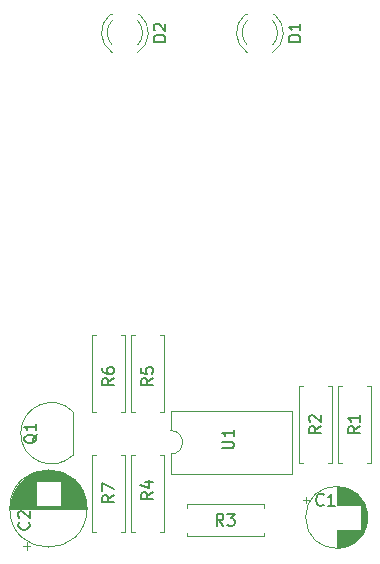
<source format=gbr>
%TF.GenerationSoftware,KiCad,Pcbnew,7.0.2*%
%TF.CreationDate,2023-06-14T17:14:45-03:00*%
%TF.ProjectId,digiKey,64696769-4b65-4792-9e6b-696361645f70,V1*%
%TF.SameCoordinates,Original*%
%TF.FileFunction,Legend,Top*%
%TF.FilePolarity,Positive*%
%FSLAX46Y46*%
G04 Gerber Fmt 4.6, Leading zero omitted, Abs format (unit mm)*
G04 Created by KiCad (PCBNEW 7.0.2) date 2023-06-14 17:14:45*
%MOMM*%
%LPD*%
G01*
G04 APERTURE LIST*
%ADD10C,0.150000*%
%ADD11C,0.120000*%
G04 APERTURE END LIST*
D10*
%TO.C,Q1*%
X131621857Y-145129238D02*
X131574238Y-145224476D01*
X131574238Y-145224476D02*
X131479000Y-145319714D01*
X131479000Y-145319714D02*
X131336142Y-145462571D01*
X131336142Y-145462571D02*
X131288523Y-145557809D01*
X131288523Y-145557809D02*
X131288523Y-145653047D01*
X131526619Y-145605428D02*
X131479000Y-145700666D01*
X131479000Y-145700666D02*
X131383761Y-145795904D01*
X131383761Y-145795904D02*
X131193285Y-145843523D01*
X131193285Y-145843523D02*
X130859952Y-145843523D01*
X130859952Y-145843523D02*
X130669476Y-145795904D01*
X130669476Y-145795904D02*
X130574238Y-145700666D01*
X130574238Y-145700666D02*
X130526619Y-145605428D01*
X130526619Y-145605428D02*
X130526619Y-145414952D01*
X130526619Y-145414952D02*
X130574238Y-145319714D01*
X130574238Y-145319714D02*
X130669476Y-145224476D01*
X130669476Y-145224476D02*
X130859952Y-145176857D01*
X130859952Y-145176857D02*
X131193285Y-145176857D01*
X131193285Y-145176857D02*
X131383761Y-145224476D01*
X131383761Y-145224476D02*
X131479000Y-145319714D01*
X131479000Y-145319714D02*
X131526619Y-145414952D01*
X131526619Y-145414952D02*
X131526619Y-145605428D01*
X131526619Y-144224476D02*
X131526619Y-144795904D01*
X131526619Y-144510190D02*
X130526619Y-144510190D01*
X130526619Y-144510190D02*
X130669476Y-144605428D01*
X130669476Y-144605428D02*
X130764714Y-144700666D01*
X130764714Y-144700666D02*
X130812333Y-144795904D01*
%TO.C,R3*%
X147407333Y-152862619D02*
X147074000Y-152386428D01*
X146835905Y-152862619D02*
X146835905Y-151862619D01*
X146835905Y-151862619D02*
X147216857Y-151862619D01*
X147216857Y-151862619D02*
X147312095Y-151910238D01*
X147312095Y-151910238D02*
X147359714Y-151957857D01*
X147359714Y-151957857D02*
X147407333Y-152053095D01*
X147407333Y-152053095D02*
X147407333Y-152195952D01*
X147407333Y-152195952D02*
X147359714Y-152291190D01*
X147359714Y-152291190D02*
X147312095Y-152338809D01*
X147312095Y-152338809D02*
X147216857Y-152386428D01*
X147216857Y-152386428D02*
X146835905Y-152386428D01*
X147740667Y-151862619D02*
X148359714Y-151862619D01*
X148359714Y-151862619D02*
X148026381Y-152243571D01*
X148026381Y-152243571D02*
X148169238Y-152243571D01*
X148169238Y-152243571D02*
X148264476Y-152291190D01*
X148264476Y-152291190D02*
X148312095Y-152338809D01*
X148312095Y-152338809D02*
X148359714Y-152434047D01*
X148359714Y-152434047D02*
X148359714Y-152672142D01*
X148359714Y-152672142D02*
X148312095Y-152767380D01*
X148312095Y-152767380D02*
X148264476Y-152815000D01*
X148264476Y-152815000D02*
X148169238Y-152862619D01*
X148169238Y-152862619D02*
X147883524Y-152862619D01*
X147883524Y-152862619D02*
X147788286Y-152815000D01*
X147788286Y-152815000D02*
X147740667Y-152767380D01*
%TO.C,C2*%
X130923380Y-152566666D02*
X130971000Y-152614285D01*
X130971000Y-152614285D02*
X131018619Y-152757142D01*
X131018619Y-152757142D02*
X131018619Y-152852380D01*
X131018619Y-152852380D02*
X130971000Y-152995237D01*
X130971000Y-152995237D02*
X130875761Y-153090475D01*
X130875761Y-153090475D02*
X130780523Y-153138094D01*
X130780523Y-153138094D02*
X130590047Y-153185713D01*
X130590047Y-153185713D02*
X130447190Y-153185713D01*
X130447190Y-153185713D02*
X130256714Y-153138094D01*
X130256714Y-153138094D02*
X130161476Y-153090475D01*
X130161476Y-153090475D02*
X130066238Y-152995237D01*
X130066238Y-152995237D02*
X130018619Y-152852380D01*
X130018619Y-152852380D02*
X130018619Y-152757142D01*
X130018619Y-152757142D02*
X130066238Y-152614285D01*
X130066238Y-152614285D02*
X130113857Y-152566666D01*
X130113857Y-152185713D02*
X130066238Y-152138094D01*
X130066238Y-152138094D02*
X130018619Y-152042856D01*
X130018619Y-152042856D02*
X130018619Y-151804761D01*
X130018619Y-151804761D02*
X130066238Y-151709523D01*
X130066238Y-151709523D02*
X130113857Y-151661904D01*
X130113857Y-151661904D02*
X130209095Y-151614285D01*
X130209095Y-151614285D02*
X130304333Y-151614285D01*
X130304333Y-151614285D02*
X130447190Y-151661904D01*
X130447190Y-151661904D02*
X131018619Y-152233332D01*
X131018619Y-152233332D02*
X131018619Y-151614285D01*
%TO.C,R5*%
X141432619Y-140374666D02*
X140956428Y-140707999D01*
X141432619Y-140946094D02*
X140432619Y-140946094D01*
X140432619Y-140946094D02*
X140432619Y-140565142D01*
X140432619Y-140565142D02*
X140480238Y-140469904D01*
X140480238Y-140469904D02*
X140527857Y-140422285D01*
X140527857Y-140422285D02*
X140623095Y-140374666D01*
X140623095Y-140374666D02*
X140765952Y-140374666D01*
X140765952Y-140374666D02*
X140861190Y-140422285D01*
X140861190Y-140422285D02*
X140908809Y-140469904D01*
X140908809Y-140469904D02*
X140956428Y-140565142D01*
X140956428Y-140565142D02*
X140956428Y-140946094D01*
X140432619Y-139469904D02*
X140432619Y-139946094D01*
X140432619Y-139946094D02*
X140908809Y-139993713D01*
X140908809Y-139993713D02*
X140861190Y-139946094D01*
X140861190Y-139946094D02*
X140813571Y-139850856D01*
X140813571Y-139850856D02*
X140813571Y-139612761D01*
X140813571Y-139612761D02*
X140861190Y-139517523D01*
X140861190Y-139517523D02*
X140908809Y-139469904D01*
X140908809Y-139469904D02*
X141004047Y-139422285D01*
X141004047Y-139422285D02*
X141242142Y-139422285D01*
X141242142Y-139422285D02*
X141337380Y-139469904D01*
X141337380Y-139469904D02*
X141385000Y-139517523D01*
X141385000Y-139517523D02*
X141432619Y-139612761D01*
X141432619Y-139612761D02*
X141432619Y-139850856D01*
X141432619Y-139850856D02*
X141385000Y-139946094D01*
X141385000Y-139946094D02*
X141337380Y-139993713D01*
%TO.C,R1*%
X158958619Y-144438666D02*
X158482428Y-144771999D01*
X158958619Y-145010094D02*
X157958619Y-145010094D01*
X157958619Y-145010094D02*
X157958619Y-144629142D01*
X157958619Y-144629142D02*
X158006238Y-144533904D01*
X158006238Y-144533904D02*
X158053857Y-144486285D01*
X158053857Y-144486285D02*
X158149095Y-144438666D01*
X158149095Y-144438666D02*
X158291952Y-144438666D01*
X158291952Y-144438666D02*
X158387190Y-144486285D01*
X158387190Y-144486285D02*
X158434809Y-144533904D01*
X158434809Y-144533904D02*
X158482428Y-144629142D01*
X158482428Y-144629142D02*
X158482428Y-145010094D01*
X158958619Y-143486285D02*
X158958619Y-144057713D01*
X158958619Y-143771999D02*
X157958619Y-143771999D01*
X157958619Y-143771999D02*
X158101476Y-143867237D01*
X158101476Y-143867237D02*
X158196714Y-143962475D01*
X158196714Y-143962475D02*
X158244333Y-144057713D01*
%TO.C,C1*%
X155883333Y-151067380D02*
X155835714Y-151115000D01*
X155835714Y-151115000D02*
X155692857Y-151162619D01*
X155692857Y-151162619D02*
X155597619Y-151162619D01*
X155597619Y-151162619D02*
X155454762Y-151115000D01*
X155454762Y-151115000D02*
X155359524Y-151019761D01*
X155359524Y-151019761D02*
X155311905Y-150924523D01*
X155311905Y-150924523D02*
X155264286Y-150734047D01*
X155264286Y-150734047D02*
X155264286Y-150591190D01*
X155264286Y-150591190D02*
X155311905Y-150400714D01*
X155311905Y-150400714D02*
X155359524Y-150305476D01*
X155359524Y-150305476D02*
X155454762Y-150210238D01*
X155454762Y-150210238D02*
X155597619Y-150162619D01*
X155597619Y-150162619D02*
X155692857Y-150162619D01*
X155692857Y-150162619D02*
X155835714Y-150210238D01*
X155835714Y-150210238D02*
X155883333Y-150257857D01*
X156835714Y-151162619D02*
X156264286Y-151162619D01*
X156550000Y-151162619D02*
X156550000Y-150162619D01*
X156550000Y-150162619D02*
X156454762Y-150305476D01*
X156454762Y-150305476D02*
X156359524Y-150400714D01*
X156359524Y-150400714D02*
X156264286Y-150448333D01*
%TO.C,R7*%
X138130619Y-150280666D02*
X137654428Y-150613999D01*
X138130619Y-150852094D02*
X137130619Y-150852094D01*
X137130619Y-150852094D02*
X137130619Y-150471142D01*
X137130619Y-150471142D02*
X137178238Y-150375904D01*
X137178238Y-150375904D02*
X137225857Y-150328285D01*
X137225857Y-150328285D02*
X137321095Y-150280666D01*
X137321095Y-150280666D02*
X137463952Y-150280666D01*
X137463952Y-150280666D02*
X137559190Y-150328285D01*
X137559190Y-150328285D02*
X137606809Y-150375904D01*
X137606809Y-150375904D02*
X137654428Y-150471142D01*
X137654428Y-150471142D02*
X137654428Y-150852094D01*
X137130619Y-149947332D02*
X137130619Y-149280666D01*
X137130619Y-149280666D02*
X138130619Y-149709237D01*
%TO.C,R6*%
X138130619Y-140374666D02*
X137654428Y-140707999D01*
X138130619Y-140946094D02*
X137130619Y-140946094D01*
X137130619Y-140946094D02*
X137130619Y-140565142D01*
X137130619Y-140565142D02*
X137178238Y-140469904D01*
X137178238Y-140469904D02*
X137225857Y-140422285D01*
X137225857Y-140422285D02*
X137321095Y-140374666D01*
X137321095Y-140374666D02*
X137463952Y-140374666D01*
X137463952Y-140374666D02*
X137559190Y-140422285D01*
X137559190Y-140422285D02*
X137606809Y-140469904D01*
X137606809Y-140469904D02*
X137654428Y-140565142D01*
X137654428Y-140565142D02*
X137654428Y-140946094D01*
X137130619Y-139517523D02*
X137130619Y-139707999D01*
X137130619Y-139707999D02*
X137178238Y-139803237D01*
X137178238Y-139803237D02*
X137225857Y-139850856D01*
X137225857Y-139850856D02*
X137368714Y-139946094D01*
X137368714Y-139946094D02*
X137559190Y-139993713D01*
X137559190Y-139993713D02*
X137940142Y-139993713D01*
X137940142Y-139993713D02*
X138035380Y-139946094D01*
X138035380Y-139946094D02*
X138083000Y-139898475D01*
X138083000Y-139898475D02*
X138130619Y-139803237D01*
X138130619Y-139803237D02*
X138130619Y-139612761D01*
X138130619Y-139612761D02*
X138083000Y-139517523D01*
X138083000Y-139517523D02*
X138035380Y-139469904D01*
X138035380Y-139469904D02*
X137940142Y-139422285D01*
X137940142Y-139422285D02*
X137702047Y-139422285D01*
X137702047Y-139422285D02*
X137606809Y-139469904D01*
X137606809Y-139469904D02*
X137559190Y-139517523D01*
X137559190Y-139517523D02*
X137511571Y-139612761D01*
X137511571Y-139612761D02*
X137511571Y-139803237D01*
X137511571Y-139803237D02*
X137559190Y-139898475D01*
X137559190Y-139898475D02*
X137606809Y-139946094D01*
X137606809Y-139946094D02*
X137702047Y-139993713D01*
%TO.C,R4*%
X141432619Y-150026666D02*
X140956428Y-150359999D01*
X141432619Y-150598094D02*
X140432619Y-150598094D01*
X140432619Y-150598094D02*
X140432619Y-150217142D01*
X140432619Y-150217142D02*
X140480238Y-150121904D01*
X140480238Y-150121904D02*
X140527857Y-150074285D01*
X140527857Y-150074285D02*
X140623095Y-150026666D01*
X140623095Y-150026666D02*
X140765952Y-150026666D01*
X140765952Y-150026666D02*
X140861190Y-150074285D01*
X140861190Y-150074285D02*
X140908809Y-150121904D01*
X140908809Y-150121904D02*
X140956428Y-150217142D01*
X140956428Y-150217142D02*
X140956428Y-150598094D01*
X140765952Y-149169523D02*
X141432619Y-149169523D01*
X140385000Y-149407618D02*
X141099285Y-149645713D01*
X141099285Y-149645713D02*
X141099285Y-149026666D01*
%TO.C,U1*%
X147290619Y-146303904D02*
X148100142Y-146303904D01*
X148100142Y-146303904D02*
X148195380Y-146256285D01*
X148195380Y-146256285D02*
X148243000Y-146208666D01*
X148243000Y-146208666D02*
X148290619Y-146113428D01*
X148290619Y-146113428D02*
X148290619Y-145922952D01*
X148290619Y-145922952D02*
X148243000Y-145827714D01*
X148243000Y-145827714D02*
X148195380Y-145780095D01*
X148195380Y-145780095D02*
X148100142Y-145732476D01*
X148100142Y-145732476D02*
X147290619Y-145732476D01*
X148290619Y-144732476D02*
X148290619Y-145303904D01*
X148290619Y-145018190D02*
X147290619Y-145018190D01*
X147290619Y-145018190D02*
X147433476Y-145113428D01*
X147433476Y-145113428D02*
X147528714Y-145208666D01*
X147528714Y-145208666D02*
X147576333Y-145303904D01*
%TO.C,D1*%
X153917619Y-111863094D02*
X152917619Y-111863094D01*
X152917619Y-111863094D02*
X152917619Y-111624999D01*
X152917619Y-111624999D02*
X152965238Y-111482142D01*
X152965238Y-111482142D02*
X153060476Y-111386904D01*
X153060476Y-111386904D02*
X153155714Y-111339285D01*
X153155714Y-111339285D02*
X153346190Y-111291666D01*
X153346190Y-111291666D02*
X153489047Y-111291666D01*
X153489047Y-111291666D02*
X153679523Y-111339285D01*
X153679523Y-111339285D02*
X153774761Y-111386904D01*
X153774761Y-111386904D02*
X153870000Y-111482142D01*
X153870000Y-111482142D02*
X153917619Y-111624999D01*
X153917619Y-111624999D02*
X153917619Y-111863094D01*
X153917619Y-110339285D02*
X153917619Y-110910713D01*
X153917619Y-110624999D02*
X152917619Y-110624999D01*
X152917619Y-110624999D02*
X153060476Y-110720237D01*
X153060476Y-110720237D02*
X153155714Y-110815475D01*
X153155714Y-110815475D02*
X153203333Y-110910713D01*
%TO.C,D2*%
X142487619Y-111863094D02*
X141487619Y-111863094D01*
X141487619Y-111863094D02*
X141487619Y-111624999D01*
X141487619Y-111624999D02*
X141535238Y-111482142D01*
X141535238Y-111482142D02*
X141630476Y-111386904D01*
X141630476Y-111386904D02*
X141725714Y-111339285D01*
X141725714Y-111339285D02*
X141916190Y-111291666D01*
X141916190Y-111291666D02*
X142059047Y-111291666D01*
X142059047Y-111291666D02*
X142249523Y-111339285D01*
X142249523Y-111339285D02*
X142344761Y-111386904D01*
X142344761Y-111386904D02*
X142440000Y-111482142D01*
X142440000Y-111482142D02*
X142487619Y-111624999D01*
X142487619Y-111624999D02*
X142487619Y-111863094D01*
X141582857Y-110910713D02*
X141535238Y-110863094D01*
X141535238Y-110863094D02*
X141487619Y-110767856D01*
X141487619Y-110767856D02*
X141487619Y-110529761D01*
X141487619Y-110529761D02*
X141535238Y-110434523D01*
X141535238Y-110434523D02*
X141582857Y-110386904D01*
X141582857Y-110386904D02*
X141678095Y-110339285D01*
X141678095Y-110339285D02*
X141773333Y-110339285D01*
X141773333Y-110339285D02*
X141916190Y-110386904D01*
X141916190Y-110386904D02*
X142487619Y-110958332D01*
X142487619Y-110958332D02*
X142487619Y-110339285D01*
%TO.C,R2*%
X155656619Y-144438666D02*
X155180428Y-144771999D01*
X155656619Y-145010094D02*
X154656619Y-145010094D01*
X154656619Y-145010094D02*
X154656619Y-144629142D01*
X154656619Y-144629142D02*
X154704238Y-144533904D01*
X154704238Y-144533904D02*
X154751857Y-144486285D01*
X154751857Y-144486285D02*
X154847095Y-144438666D01*
X154847095Y-144438666D02*
X154989952Y-144438666D01*
X154989952Y-144438666D02*
X155085190Y-144486285D01*
X155085190Y-144486285D02*
X155132809Y-144533904D01*
X155132809Y-144533904D02*
X155180428Y-144629142D01*
X155180428Y-144629142D02*
X155180428Y-145010094D01*
X154751857Y-144057713D02*
X154704238Y-144010094D01*
X154704238Y-144010094D02*
X154656619Y-143914856D01*
X154656619Y-143914856D02*
X154656619Y-143676761D01*
X154656619Y-143676761D02*
X154704238Y-143581523D01*
X154704238Y-143581523D02*
X154751857Y-143533904D01*
X154751857Y-143533904D02*
X154847095Y-143486285D01*
X154847095Y-143486285D02*
X154942333Y-143486285D01*
X154942333Y-143486285D02*
X155085190Y-143533904D01*
X155085190Y-143533904D02*
X155656619Y-144105332D01*
X155656619Y-144105332D02*
X155656619Y-143486285D01*
D11*
%TO.C,Q1*%
X134692000Y-146834000D02*
X134692000Y-143234000D01*
X130242000Y-145034000D02*
G75*
G03*
X134680478Y-146872478I2600000J0D01*
G01*
X134680478Y-143195522D02*
G75*
G03*
X130242000Y-145034000I-1838478J-1838478D01*
G01*
%TO.C,R3*%
X150844000Y-153770000D02*
X144304000Y-153770000D01*
X150844000Y-153440000D02*
X150844000Y-153770000D01*
X150844000Y-151360000D02*
X150844000Y-151030000D01*
X150844000Y-151030000D02*
X144304000Y-151030000D01*
X144304000Y-153770000D02*
X144304000Y-153440000D01*
X144304000Y-151030000D02*
X144304000Y-151360000D01*
%TO.C,C2*%
X130749000Y-154904241D02*
X130749000Y-154274241D01*
X130434000Y-154589241D02*
X131064000Y-154589241D01*
X129358000Y-151404000D02*
X135818000Y-151404000D01*
X129358000Y-151364000D02*
X135818000Y-151364000D01*
X129358000Y-151324000D02*
X135818000Y-151324000D01*
X129360000Y-151284000D02*
X135816000Y-151284000D01*
X129361000Y-151244000D02*
X135815000Y-151244000D01*
X129364000Y-151204000D02*
X135812000Y-151204000D01*
X129366000Y-151164000D02*
X131548000Y-151164000D01*
X133628000Y-151164000D02*
X135810000Y-151164000D01*
X129370000Y-151124000D02*
X131548000Y-151124000D01*
X133628000Y-151124000D02*
X135806000Y-151124000D01*
X129373000Y-151084000D02*
X131548000Y-151084000D01*
X133628000Y-151084000D02*
X135803000Y-151084000D01*
X129377000Y-151044000D02*
X131548000Y-151044000D01*
X133628000Y-151044000D02*
X135799000Y-151044000D01*
X129382000Y-151004000D02*
X131548000Y-151004000D01*
X133628000Y-151004000D02*
X135794000Y-151004000D01*
X129387000Y-150964000D02*
X131548000Y-150964000D01*
X133628000Y-150964000D02*
X135789000Y-150964000D01*
X129393000Y-150924000D02*
X131548000Y-150924000D01*
X133628000Y-150924000D02*
X135783000Y-150924000D01*
X129399000Y-150884000D02*
X131548000Y-150884000D01*
X133628000Y-150884000D02*
X135777000Y-150884000D01*
X129406000Y-150844000D02*
X131548000Y-150844000D01*
X133628000Y-150844000D02*
X135770000Y-150844000D01*
X129413000Y-150804000D02*
X131548000Y-150804000D01*
X133628000Y-150804000D02*
X135763000Y-150804000D01*
X129421000Y-150764000D02*
X131548000Y-150764000D01*
X133628000Y-150764000D02*
X135755000Y-150764000D01*
X129429000Y-150724000D02*
X131548000Y-150724000D01*
X133628000Y-150724000D02*
X135747000Y-150724000D01*
X129438000Y-150683000D02*
X131548000Y-150683000D01*
X133628000Y-150683000D02*
X135738000Y-150683000D01*
X129447000Y-150643000D02*
X131548000Y-150643000D01*
X133628000Y-150643000D02*
X135729000Y-150643000D01*
X129457000Y-150603000D02*
X131548000Y-150603000D01*
X133628000Y-150603000D02*
X135719000Y-150603000D01*
X129467000Y-150563000D02*
X131548000Y-150563000D01*
X133628000Y-150563000D02*
X135709000Y-150563000D01*
X129478000Y-150523000D02*
X131548000Y-150523000D01*
X133628000Y-150523000D02*
X135698000Y-150523000D01*
X129490000Y-150483000D02*
X131548000Y-150483000D01*
X133628000Y-150483000D02*
X135686000Y-150483000D01*
X129502000Y-150443000D02*
X131548000Y-150443000D01*
X133628000Y-150443000D02*
X135674000Y-150443000D01*
X129514000Y-150403000D02*
X131548000Y-150403000D01*
X133628000Y-150403000D02*
X135662000Y-150403000D01*
X129527000Y-150363000D02*
X131548000Y-150363000D01*
X133628000Y-150363000D02*
X135649000Y-150363000D01*
X129541000Y-150323000D02*
X131548000Y-150323000D01*
X133628000Y-150323000D02*
X135635000Y-150323000D01*
X129555000Y-150283000D02*
X131548000Y-150283000D01*
X133628000Y-150283000D02*
X135621000Y-150283000D01*
X129570000Y-150243000D02*
X131548000Y-150243000D01*
X133628000Y-150243000D02*
X135606000Y-150243000D01*
X129586000Y-150203000D02*
X131548000Y-150203000D01*
X133628000Y-150203000D02*
X135590000Y-150203000D01*
X129602000Y-150163000D02*
X131548000Y-150163000D01*
X133628000Y-150163000D02*
X135574000Y-150163000D01*
X129618000Y-150123000D02*
X131548000Y-150123000D01*
X133628000Y-150123000D02*
X135558000Y-150123000D01*
X129636000Y-150083000D02*
X131548000Y-150083000D01*
X133628000Y-150083000D02*
X135540000Y-150083000D01*
X129654000Y-150043000D02*
X131548000Y-150043000D01*
X133628000Y-150043000D02*
X135522000Y-150043000D01*
X129672000Y-150003000D02*
X131548000Y-150003000D01*
X133628000Y-150003000D02*
X135504000Y-150003000D01*
X129692000Y-149963000D02*
X131548000Y-149963000D01*
X133628000Y-149963000D02*
X135484000Y-149963000D01*
X129712000Y-149923000D02*
X131548000Y-149923000D01*
X133628000Y-149923000D02*
X135464000Y-149923000D01*
X129732000Y-149883000D02*
X131548000Y-149883000D01*
X133628000Y-149883000D02*
X135444000Y-149883000D01*
X129754000Y-149843000D02*
X131548000Y-149843000D01*
X133628000Y-149843000D02*
X135422000Y-149843000D01*
X129776000Y-149803000D02*
X131548000Y-149803000D01*
X133628000Y-149803000D02*
X135400000Y-149803000D01*
X129798000Y-149763000D02*
X131548000Y-149763000D01*
X133628000Y-149763000D02*
X135378000Y-149763000D01*
X129822000Y-149723000D02*
X131548000Y-149723000D01*
X133628000Y-149723000D02*
X135354000Y-149723000D01*
X129846000Y-149683000D02*
X131548000Y-149683000D01*
X133628000Y-149683000D02*
X135330000Y-149683000D01*
X129872000Y-149643000D02*
X131548000Y-149643000D01*
X133628000Y-149643000D02*
X135304000Y-149643000D01*
X129898000Y-149603000D02*
X131548000Y-149603000D01*
X133628000Y-149603000D02*
X135278000Y-149603000D01*
X129924000Y-149563000D02*
X131548000Y-149563000D01*
X133628000Y-149563000D02*
X135252000Y-149563000D01*
X129952000Y-149523000D02*
X131548000Y-149523000D01*
X133628000Y-149523000D02*
X135224000Y-149523000D01*
X129981000Y-149483000D02*
X131548000Y-149483000D01*
X133628000Y-149483000D02*
X135195000Y-149483000D01*
X130010000Y-149443000D02*
X131548000Y-149443000D01*
X133628000Y-149443000D02*
X135166000Y-149443000D01*
X130040000Y-149403000D02*
X131548000Y-149403000D01*
X133628000Y-149403000D02*
X135136000Y-149403000D01*
X130072000Y-149363000D02*
X131548000Y-149363000D01*
X133628000Y-149363000D02*
X135104000Y-149363000D01*
X130104000Y-149323000D02*
X131548000Y-149323000D01*
X133628000Y-149323000D02*
X135072000Y-149323000D01*
X130138000Y-149283000D02*
X131548000Y-149283000D01*
X133628000Y-149283000D02*
X135038000Y-149283000D01*
X130172000Y-149243000D02*
X131548000Y-149243000D01*
X133628000Y-149243000D02*
X135004000Y-149243000D01*
X130208000Y-149203000D02*
X131548000Y-149203000D01*
X133628000Y-149203000D02*
X134968000Y-149203000D01*
X130245000Y-149163000D02*
X131548000Y-149163000D01*
X133628000Y-149163000D02*
X134931000Y-149163000D01*
X130283000Y-149123000D02*
X131548000Y-149123000D01*
X133628000Y-149123000D02*
X134893000Y-149123000D01*
X130323000Y-149083000D02*
X134853000Y-149083000D01*
X130364000Y-149043000D02*
X134812000Y-149043000D01*
X130406000Y-149003000D02*
X134770000Y-149003000D01*
X130451000Y-148963000D02*
X134725000Y-148963000D01*
X130496000Y-148923000D02*
X134680000Y-148923000D01*
X130544000Y-148883000D02*
X134632000Y-148883000D01*
X130593000Y-148843000D02*
X134583000Y-148843000D01*
X130644000Y-148803000D02*
X134532000Y-148803000D01*
X130698000Y-148763000D02*
X134478000Y-148763000D01*
X130754000Y-148723000D02*
X134422000Y-148723000D01*
X130812000Y-148683000D02*
X134364000Y-148683000D01*
X130874000Y-148643000D02*
X134302000Y-148643000D01*
X130938000Y-148603000D02*
X134238000Y-148603000D01*
X131007000Y-148563000D02*
X134169000Y-148563000D01*
X131079000Y-148523000D02*
X134097000Y-148523000D01*
X131156000Y-148483000D02*
X134020000Y-148483000D01*
X131238000Y-148443000D02*
X133938000Y-148443000D01*
X131326000Y-148403000D02*
X133850000Y-148403000D01*
X131423000Y-148363000D02*
X133753000Y-148363000D01*
X131529000Y-148323000D02*
X133647000Y-148323000D01*
X131648000Y-148283000D02*
X133528000Y-148283000D01*
X131786000Y-148243000D02*
X133390000Y-148243000D01*
X131955000Y-148203000D02*
X133221000Y-148203000D01*
X132186000Y-148163000D02*
X132990000Y-148163000D01*
X135858000Y-151404000D02*
G75*
G03*
X135858000Y-151404000I-3270000J0D01*
G01*
%TO.C,R5*%
X139600000Y-143224000D02*
X139600000Y-136684000D01*
X139930000Y-143224000D02*
X139600000Y-143224000D01*
X142010000Y-143224000D02*
X142340000Y-143224000D01*
X142340000Y-143224000D02*
X142340000Y-136684000D01*
X139600000Y-136684000D02*
X139930000Y-136684000D01*
X142340000Y-136684000D02*
X142010000Y-136684000D01*
%TO.C,R1*%
X159866000Y-141002000D02*
X159866000Y-147542000D01*
X159536000Y-141002000D02*
X159866000Y-141002000D01*
X157456000Y-141002000D02*
X157126000Y-141002000D01*
X157126000Y-141002000D02*
X157126000Y-147542000D01*
X159866000Y-147542000D02*
X159536000Y-147542000D01*
X157126000Y-147542000D02*
X157456000Y-147542000D01*
%TO.C,C1*%
X154183225Y-150671000D02*
X154683225Y-150671000D01*
X154433225Y-150421000D02*
X154433225Y-150921000D01*
X156988000Y-149566000D02*
X156988000Y-151106000D01*
X156988000Y-153186000D02*
X156988000Y-154726000D01*
X157028000Y-149566000D02*
X157028000Y-151106000D01*
X157028000Y-153186000D02*
X157028000Y-154726000D01*
X157068000Y-149567000D02*
X157068000Y-151106000D01*
X157068000Y-153186000D02*
X157068000Y-154725000D01*
X157108000Y-149568000D02*
X157108000Y-151106000D01*
X157108000Y-153186000D02*
X157108000Y-154724000D01*
X157148000Y-149570000D02*
X157148000Y-151106000D01*
X157148000Y-153186000D02*
X157148000Y-154722000D01*
X157188000Y-149573000D02*
X157188000Y-151106000D01*
X157188000Y-153186000D02*
X157188000Y-154719000D01*
X157228000Y-149577000D02*
X157228000Y-151106000D01*
X157228000Y-153186000D02*
X157228000Y-154715000D01*
X157268000Y-149581000D02*
X157268000Y-151106000D01*
X157268000Y-153186000D02*
X157268000Y-154711000D01*
X157308000Y-149585000D02*
X157308000Y-151106000D01*
X157308000Y-153186000D02*
X157308000Y-154707000D01*
X157348000Y-149590000D02*
X157348000Y-151106000D01*
X157348000Y-153186000D02*
X157348000Y-154702000D01*
X157388000Y-149596000D02*
X157388000Y-151106000D01*
X157388000Y-153186000D02*
X157388000Y-154696000D01*
X157428000Y-149603000D02*
X157428000Y-151106000D01*
X157428000Y-153186000D02*
X157428000Y-154689000D01*
X157468000Y-149610000D02*
X157468000Y-151106000D01*
X157468000Y-153186000D02*
X157468000Y-154682000D01*
X157508000Y-149618000D02*
X157508000Y-151106000D01*
X157508000Y-153186000D02*
X157508000Y-154674000D01*
X157548000Y-149626000D02*
X157548000Y-151106000D01*
X157548000Y-153186000D02*
X157548000Y-154666000D01*
X157588000Y-149635000D02*
X157588000Y-151106000D01*
X157588000Y-153186000D02*
X157588000Y-154657000D01*
X157628000Y-149645000D02*
X157628000Y-151106000D01*
X157628000Y-153186000D02*
X157628000Y-154647000D01*
X157668000Y-149655000D02*
X157668000Y-151106000D01*
X157668000Y-153186000D02*
X157668000Y-154637000D01*
X157709000Y-149666000D02*
X157709000Y-151106000D01*
X157709000Y-153186000D02*
X157709000Y-154626000D01*
X157749000Y-149678000D02*
X157749000Y-151106000D01*
X157749000Y-153186000D02*
X157749000Y-154614000D01*
X157789000Y-149691000D02*
X157789000Y-151106000D01*
X157789000Y-153186000D02*
X157789000Y-154601000D01*
X157829000Y-149704000D02*
X157829000Y-151106000D01*
X157829000Y-153186000D02*
X157829000Y-154588000D01*
X157869000Y-149718000D02*
X157869000Y-151106000D01*
X157869000Y-153186000D02*
X157869000Y-154574000D01*
X157909000Y-149732000D02*
X157909000Y-151106000D01*
X157909000Y-153186000D02*
X157909000Y-154560000D01*
X157949000Y-149748000D02*
X157949000Y-151106000D01*
X157949000Y-153186000D02*
X157949000Y-154544000D01*
X157989000Y-149764000D02*
X157989000Y-151106000D01*
X157989000Y-153186000D02*
X157989000Y-154528000D01*
X158029000Y-149781000D02*
X158029000Y-151106000D01*
X158029000Y-153186000D02*
X158029000Y-154511000D01*
X158069000Y-149798000D02*
X158069000Y-151106000D01*
X158069000Y-153186000D02*
X158069000Y-154494000D01*
X158109000Y-149817000D02*
X158109000Y-151106000D01*
X158109000Y-153186000D02*
X158109000Y-154475000D01*
X158149000Y-149836000D02*
X158149000Y-151106000D01*
X158149000Y-153186000D02*
X158149000Y-154456000D01*
X158189000Y-149856000D02*
X158189000Y-151106000D01*
X158189000Y-153186000D02*
X158189000Y-154436000D01*
X158229000Y-149878000D02*
X158229000Y-151106000D01*
X158229000Y-153186000D02*
X158229000Y-154414000D01*
X158269000Y-149899000D02*
X158269000Y-151106000D01*
X158269000Y-153186000D02*
X158269000Y-154393000D01*
X158309000Y-149922000D02*
X158309000Y-151106000D01*
X158309000Y-153186000D02*
X158309000Y-154370000D01*
X158349000Y-149946000D02*
X158349000Y-151106000D01*
X158349000Y-153186000D02*
X158349000Y-154346000D01*
X158389000Y-149971000D02*
X158389000Y-151106000D01*
X158389000Y-153186000D02*
X158389000Y-154321000D01*
X158429000Y-149997000D02*
X158429000Y-151106000D01*
X158429000Y-153186000D02*
X158429000Y-154295000D01*
X158469000Y-150024000D02*
X158469000Y-151106000D01*
X158469000Y-153186000D02*
X158469000Y-154268000D01*
X158509000Y-150051000D02*
X158509000Y-151106000D01*
X158509000Y-153186000D02*
X158509000Y-154241000D01*
X158549000Y-150081000D02*
X158549000Y-151106000D01*
X158549000Y-153186000D02*
X158549000Y-154211000D01*
X158589000Y-150111000D02*
X158589000Y-151106000D01*
X158589000Y-153186000D02*
X158589000Y-154181000D01*
X158629000Y-150142000D02*
X158629000Y-151106000D01*
X158629000Y-153186000D02*
X158629000Y-154150000D01*
X158669000Y-150175000D02*
X158669000Y-151106000D01*
X158669000Y-153186000D02*
X158669000Y-154117000D01*
X158709000Y-150209000D02*
X158709000Y-151106000D01*
X158709000Y-153186000D02*
X158709000Y-154083000D01*
X158749000Y-150245000D02*
X158749000Y-151106000D01*
X158749000Y-153186000D02*
X158749000Y-154047000D01*
X158789000Y-150282000D02*
X158789000Y-151106000D01*
X158789000Y-153186000D02*
X158789000Y-154010000D01*
X158829000Y-150320000D02*
X158829000Y-151106000D01*
X158829000Y-153186000D02*
X158829000Y-153972000D01*
X158869000Y-150361000D02*
X158869000Y-151106000D01*
X158869000Y-153186000D02*
X158869000Y-153931000D01*
X158909000Y-150403000D02*
X158909000Y-151106000D01*
X158909000Y-153186000D02*
X158909000Y-153889000D01*
X158949000Y-150447000D02*
X158949000Y-151106000D01*
X158949000Y-153186000D02*
X158949000Y-153845000D01*
X158989000Y-150493000D02*
X158989000Y-151106000D01*
X158989000Y-153186000D02*
X158989000Y-153799000D01*
X159029000Y-150541000D02*
X159029000Y-153751000D01*
X159069000Y-150592000D02*
X159069000Y-153700000D01*
X159109000Y-150646000D02*
X159109000Y-153646000D01*
X159149000Y-150703000D02*
X159149000Y-153589000D01*
X159189000Y-150763000D02*
X159189000Y-153529000D01*
X159229000Y-150827000D02*
X159229000Y-153465000D01*
X159269000Y-150895000D02*
X159269000Y-153397000D01*
X159309000Y-150968000D02*
X159309000Y-153324000D01*
X159349000Y-151048000D02*
X159349000Y-153244000D01*
X159389000Y-151135000D02*
X159389000Y-153157000D01*
X159429000Y-151231000D02*
X159429000Y-153061000D01*
X159469000Y-151341000D02*
X159469000Y-152951000D01*
X159509000Y-151469000D02*
X159509000Y-152823000D01*
X159549000Y-151628000D02*
X159549000Y-152664000D01*
X159589000Y-151862000D02*
X159589000Y-152430000D01*
X159608000Y-152146000D02*
G75*
G03*
X159608000Y-152146000I-2620000J0D01*
G01*
%TO.C,R7*%
X136298000Y-153384000D02*
X136298000Y-146844000D01*
X136628000Y-153384000D02*
X136298000Y-153384000D01*
X138708000Y-153384000D02*
X139038000Y-153384000D01*
X139038000Y-153384000D02*
X139038000Y-146844000D01*
X136298000Y-146844000D02*
X136628000Y-146844000D01*
X139038000Y-146844000D02*
X138708000Y-146844000D01*
%TO.C,R6*%
X136298000Y-143224000D02*
X136298000Y-136684000D01*
X136628000Y-143224000D02*
X136298000Y-143224000D01*
X138708000Y-143224000D02*
X139038000Y-143224000D01*
X139038000Y-143224000D02*
X139038000Y-136684000D01*
X136298000Y-136684000D02*
X136628000Y-136684000D01*
X139038000Y-136684000D02*
X138708000Y-136684000D01*
%TO.C,R4*%
X139600000Y-153384000D02*
X139600000Y-146844000D01*
X139930000Y-153384000D02*
X139600000Y-153384000D01*
X142010000Y-153384000D02*
X142340000Y-153384000D01*
X142340000Y-153384000D02*
X142340000Y-146844000D01*
X139600000Y-146844000D02*
X139930000Y-146844000D01*
X142340000Y-146844000D02*
X142010000Y-146844000D01*
%TO.C,U1*%
X142942000Y-148446000D02*
X153222000Y-148446000D01*
X153222000Y-148446000D02*
X153222000Y-143146000D01*
X142942000Y-146796000D02*
X142942000Y-148446000D01*
X142942000Y-143146000D02*
X142942000Y-144796000D01*
X153222000Y-143146000D02*
X142942000Y-143146000D01*
X142942000Y-146796000D02*
G75*
G03*
X142942000Y-144796000I0J1000000D01*
G01*
%TO.C,D1*%
X151731000Y-109565000D02*
X151575000Y-109565000D01*
X149415000Y-109565000D02*
X149259000Y-109565000D01*
X151573608Y-112797334D02*
G75*
G03*
X151730515Y-109565001I-1078608J1672334D01*
G01*
X151574836Y-112166129D02*
G75*
G03*
X151574999Y-110084040I-1079836J1041129D01*
G01*
X149415001Y-110084040D02*
G75*
G03*
X149415164Y-112166129I1079999J-1040960D01*
G01*
X149259485Y-109565001D02*
G75*
G03*
X149416392Y-112797334I1235515J-1559999D01*
G01*
%TO.C,D2*%
X140301000Y-109565000D02*
X140145000Y-109565000D01*
X137985000Y-109565000D02*
X137829000Y-109565000D01*
X140143608Y-112797334D02*
G75*
G03*
X140300515Y-109565001I-1078608J1672334D01*
G01*
X140144836Y-112166129D02*
G75*
G03*
X140144999Y-110084040I-1079836J1041129D01*
G01*
X137985001Y-110084040D02*
G75*
G03*
X137985164Y-112166129I1079999J-1040960D01*
G01*
X137829485Y-109565001D02*
G75*
G03*
X137986392Y-112797334I1235515J-1559999D01*
G01*
%TO.C,R2*%
X156564000Y-141002000D02*
X156564000Y-147542000D01*
X156234000Y-141002000D02*
X156564000Y-141002000D01*
X154154000Y-141002000D02*
X153824000Y-141002000D01*
X153824000Y-141002000D02*
X153824000Y-147542000D01*
X156564000Y-147542000D02*
X156234000Y-147542000D01*
X153824000Y-147542000D02*
X154154000Y-147542000D01*
%TD*%
M02*

</source>
